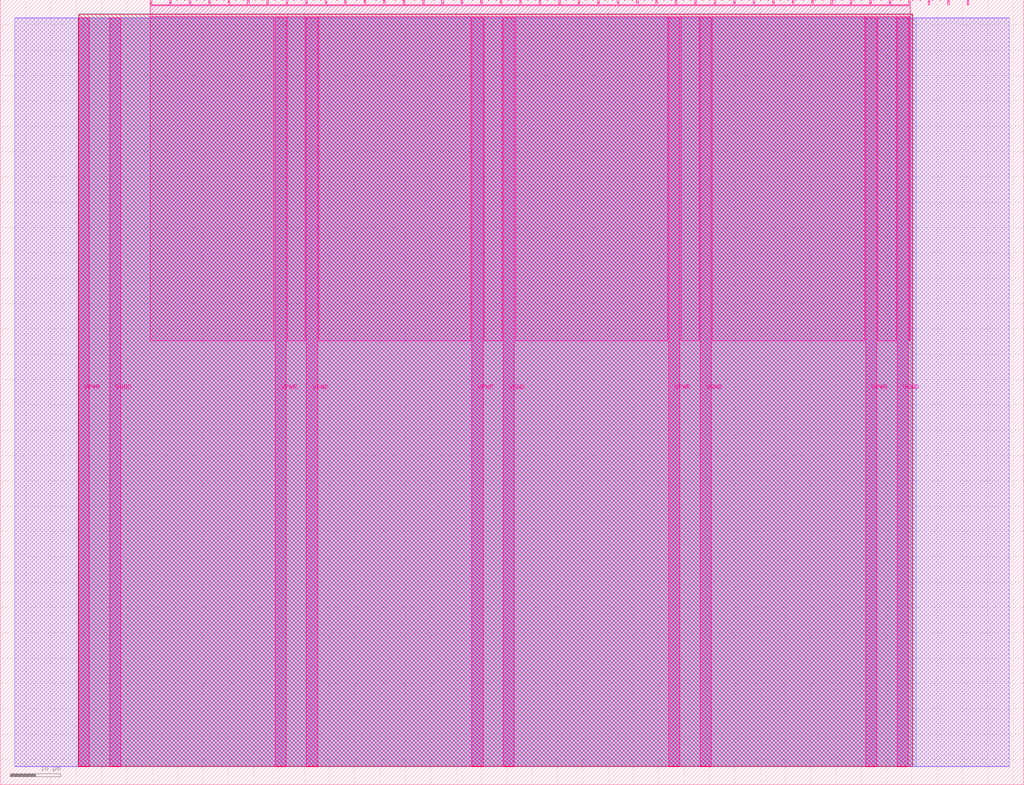
<source format=lef>
VERSION 5.7 ;
  NOWIREEXTENSIONATPIN ON ;
  DIVIDERCHAR "/" ;
  BUSBITCHARS "[]" ;
MACRO tt_um_multiplier_tt09
  CLASS BLOCK ;
  FOREIGN tt_um_multiplier_tt09 ;
  ORIGIN 0.000 0.000 ;
  SIZE 202.080 BY 154.980 ;
  PIN VGND
    DIRECTION INOUT ;
    USE GROUND ;
    PORT
      LAYER Metal5 ;
        RECT 21.580 3.560 23.780 151.420 ;
    END
    PORT
      LAYER Metal5 ;
        RECT 60.450 3.560 62.650 151.420 ;
    END
    PORT
      LAYER Metal5 ;
        RECT 99.320 3.560 101.520 151.420 ;
    END
    PORT
      LAYER Metal5 ;
        RECT 138.190 3.560 140.390 151.420 ;
    END
    PORT
      LAYER Metal5 ;
        RECT 177.060 3.560 179.260 151.420 ;
    END
  END VGND
  PIN VPWR
    DIRECTION INOUT ;
    USE POWER ;
    PORT
      LAYER Metal5 ;
        RECT 15.380 3.560 17.580 151.420 ;
    END
    PORT
      LAYER Metal5 ;
        RECT 54.250 3.560 56.450 151.420 ;
    END
    PORT
      LAYER Metal5 ;
        RECT 93.120 3.560 95.320 151.420 ;
    END
    PORT
      LAYER Metal5 ;
        RECT 131.990 3.560 134.190 151.420 ;
    END
    PORT
      LAYER Metal5 ;
        RECT 170.860 3.560 173.060 151.420 ;
    END
  END VPWR
  PIN clk
    DIRECTION INPUT ;
    USE SIGNAL ;
    PORT
      LAYER Metal5 ;
        RECT 187.050 153.980 187.350 154.980 ;
    END
  END clk
  PIN ena
    DIRECTION INPUT ;
    USE SIGNAL ;
    PORT
      LAYER Metal5 ;
        RECT 190.890 153.980 191.190 154.980 ;
    END
  END ena
  PIN rst_n
    DIRECTION INPUT ;
    USE SIGNAL ;
    PORT
      LAYER Metal5 ;
        RECT 183.210 153.980 183.510 154.980 ;
    END
  END rst_n
  PIN ui_in[0]
    DIRECTION INPUT ;
    USE SIGNAL ;
    ANTENNAGATEAREA 0.213200 ;
    PORT
      LAYER Metal5 ;
        RECT 179.370 153.980 179.670 154.980 ;
    END
  END ui_in[0]
  PIN ui_in[1]
    DIRECTION INPUT ;
    USE SIGNAL ;
    ANTENNAGATEAREA 0.213200 ;
    PORT
      LAYER Metal5 ;
        RECT 175.530 153.980 175.830 154.980 ;
    END
  END ui_in[1]
  PIN ui_in[2]
    DIRECTION INPUT ;
    USE SIGNAL ;
    ANTENNAGATEAREA 0.213200 ;
    PORT
      LAYER Metal5 ;
        RECT 171.690 153.980 171.990 154.980 ;
    END
  END ui_in[2]
  PIN ui_in[3]
    DIRECTION INPUT ;
    USE SIGNAL ;
    ANTENNAGATEAREA 0.213200 ;
    PORT
      LAYER Metal5 ;
        RECT 167.850 153.980 168.150 154.980 ;
    END
  END ui_in[3]
  PIN ui_in[4]
    DIRECTION INPUT ;
    USE SIGNAL ;
    ANTENNAGATEAREA 0.213200 ;
    PORT
      LAYER Metal5 ;
        RECT 164.010 153.980 164.310 154.980 ;
    END
  END ui_in[4]
  PIN ui_in[5]
    DIRECTION INPUT ;
    USE SIGNAL ;
    ANTENNAGATEAREA 0.213200 ;
    PORT
      LAYER Metal5 ;
        RECT 160.170 153.980 160.470 154.980 ;
    END
  END ui_in[5]
  PIN ui_in[6]
    DIRECTION INPUT ;
    USE SIGNAL ;
    ANTENNAGATEAREA 0.213200 ;
    PORT
      LAYER Metal5 ;
        RECT 156.330 153.980 156.630 154.980 ;
    END
  END ui_in[6]
  PIN ui_in[7]
    DIRECTION INPUT ;
    USE SIGNAL ;
    ANTENNAGATEAREA 0.213200 ;
    PORT
      LAYER Metal5 ;
        RECT 152.490 153.980 152.790 154.980 ;
    END
  END ui_in[7]
  PIN uio_in[0]
    DIRECTION INPUT ;
    USE SIGNAL ;
    PORT
      LAYER Metal5 ;
        RECT 148.650 153.980 148.950 154.980 ;
    END
  END uio_in[0]
  PIN uio_in[1]
    DIRECTION INPUT ;
    USE SIGNAL ;
    PORT
      LAYER Metal5 ;
        RECT 144.810 153.980 145.110 154.980 ;
    END
  END uio_in[1]
  PIN uio_in[2]
    DIRECTION INPUT ;
    USE SIGNAL ;
    PORT
      LAYER Metal5 ;
        RECT 140.970 153.980 141.270 154.980 ;
    END
  END uio_in[2]
  PIN uio_in[3]
    DIRECTION INPUT ;
    USE SIGNAL ;
    PORT
      LAYER Metal5 ;
        RECT 137.130 153.980 137.430 154.980 ;
    END
  END uio_in[3]
  PIN uio_in[4]
    DIRECTION INPUT ;
    USE SIGNAL ;
    PORT
      LAYER Metal5 ;
        RECT 133.290 153.980 133.590 154.980 ;
    END
  END uio_in[4]
  PIN uio_in[5]
    DIRECTION INPUT ;
    USE SIGNAL ;
    PORT
      LAYER Metal5 ;
        RECT 129.450 153.980 129.750 154.980 ;
    END
  END uio_in[5]
  PIN uio_in[6]
    DIRECTION INPUT ;
    USE SIGNAL ;
    PORT
      LAYER Metal5 ;
        RECT 125.610 153.980 125.910 154.980 ;
    END
  END uio_in[6]
  PIN uio_in[7]
    DIRECTION INPUT ;
    USE SIGNAL ;
    PORT
      LAYER Metal5 ;
        RECT 121.770 153.980 122.070 154.980 ;
    END
  END uio_in[7]
  PIN uio_oe[0]
    DIRECTION OUTPUT ;
    USE SIGNAL ;
    ANTENNADIFFAREA 0.299200 ;
    PORT
      LAYER Metal5 ;
        RECT 56.490 153.980 56.790 154.980 ;
    END
  END uio_oe[0]
  PIN uio_oe[1]
    DIRECTION OUTPUT ;
    USE SIGNAL ;
    ANTENNADIFFAREA 0.299200 ;
    PORT
      LAYER Metal5 ;
        RECT 52.650 153.980 52.950 154.980 ;
    END
  END uio_oe[1]
  PIN uio_oe[2]
    DIRECTION OUTPUT ;
    USE SIGNAL ;
    ANTENNADIFFAREA 0.299200 ;
    PORT
      LAYER Metal5 ;
        RECT 48.810 153.980 49.110 154.980 ;
    END
  END uio_oe[2]
  PIN uio_oe[3]
    DIRECTION OUTPUT ;
    USE SIGNAL ;
    ANTENNADIFFAREA 0.299200 ;
    PORT
      LAYER Metal5 ;
        RECT 44.970 153.980 45.270 154.980 ;
    END
  END uio_oe[3]
  PIN uio_oe[4]
    DIRECTION OUTPUT ;
    USE SIGNAL ;
    ANTENNADIFFAREA 0.299200 ;
    PORT
      LAYER Metal5 ;
        RECT 41.130 153.980 41.430 154.980 ;
    END
  END uio_oe[4]
  PIN uio_oe[5]
    DIRECTION OUTPUT ;
    USE SIGNAL ;
    ANTENNADIFFAREA 0.299200 ;
    PORT
      LAYER Metal5 ;
        RECT 37.290 153.980 37.590 154.980 ;
    END
  END uio_oe[5]
  PIN uio_oe[6]
    DIRECTION OUTPUT ;
    USE SIGNAL ;
    ANTENNADIFFAREA 0.299200 ;
    PORT
      LAYER Metal5 ;
        RECT 33.450 153.980 33.750 154.980 ;
    END
  END uio_oe[6]
  PIN uio_oe[7]
    DIRECTION OUTPUT ;
    USE SIGNAL ;
    ANTENNADIFFAREA 0.299200 ;
    PORT
      LAYER Metal5 ;
        RECT 29.610 153.980 29.910 154.980 ;
    END
  END uio_oe[7]
  PIN uio_out[0]
    DIRECTION OUTPUT ;
    USE SIGNAL ;
    ANTENNADIFFAREA 0.299200 ;
    PORT
      LAYER Metal5 ;
        RECT 87.210 153.980 87.510 154.980 ;
    END
  END uio_out[0]
  PIN uio_out[1]
    DIRECTION OUTPUT ;
    USE SIGNAL ;
    ANTENNADIFFAREA 0.299200 ;
    PORT
      LAYER Metal5 ;
        RECT 83.370 153.980 83.670 154.980 ;
    END
  END uio_out[1]
  PIN uio_out[2]
    DIRECTION OUTPUT ;
    USE SIGNAL ;
    ANTENNADIFFAREA 0.299200 ;
    PORT
      LAYER Metal5 ;
        RECT 79.530 153.980 79.830 154.980 ;
    END
  END uio_out[2]
  PIN uio_out[3]
    DIRECTION OUTPUT ;
    USE SIGNAL ;
    ANTENNADIFFAREA 0.299200 ;
    PORT
      LAYER Metal5 ;
        RECT 75.690 153.980 75.990 154.980 ;
    END
  END uio_out[3]
  PIN uio_out[4]
    DIRECTION OUTPUT ;
    USE SIGNAL ;
    ANTENNADIFFAREA 0.299200 ;
    PORT
      LAYER Metal5 ;
        RECT 71.850 153.980 72.150 154.980 ;
    END
  END uio_out[4]
  PIN uio_out[5]
    DIRECTION OUTPUT ;
    USE SIGNAL ;
    ANTENNADIFFAREA 0.299200 ;
    PORT
      LAYER Metal5 ;
        RECT 68.010 153.980 68.310 154.980 ;
    END
  END uio_out[5]
  PIN uio_out[6]
    DIRECTION OUTPUT ;
    USE SIGNAL ;
    ANTENNADIFFAREA 0.299200 ;
    PORT
      LAYER Metal5 ;
        RECT 64.170 153.980 64.470 154.980 ;
    END
  END uio_out[6]
  PIN uio_out[7]
    DIRECTION OUTPUT ;
    USE SIGNAL ;
    ANTENNADIFFAREA 0.299200 ;
    PORT
      LAYER Metal5 ;
        RECT 60.330 153.980 60.630 154.980 ;
    END
  END uio_out[7]
  PIN uo_out[0]
    DIRECTION OUTPUT ;
    USE SIGNAL ;
    ANTENNADIFFAREA 0.654800 ;
    PORT
      LAYER Metal5 ;
        RECT 117.930 153.980 118.230 154.980 ;
    END
  END uo_out[0]
  PIN uo_out[1]
    DIRECTION OUTPUT ;
    USE SIGNAL ;
    ANTENNADIFFAREA 0.654800 ;
    PORT
      LAYER Metal5 ;
        RECT 114.090 153.980 114.390 154.980 ;
    END
  END uo_out[1]
  PIN uo_out[2]
    DIRECTION OUTPUT ;
    USE SIGNAL ;
    ANTENNADIFFAREA 0.654800 ;
    PORT
      LAYER Metal5 ;
        RECT 110.250 153.980 110.550 154.980 ;
    END
  END uo_out[2]
  PIN uo_out[3]
    DIRECTION OUTPUT ;
    USE SIGNAL ;
    ANTENNADIFFAREA 0.654800 ;
    PORT
      LAYER Metal5 ;
        RECT 106.410 153.980 106.710 154.980 ;
    END
  END uo_out[3]
  PIN uo_out[4]
    DIRECTION OUTPUT ;
    USE SIGNAL ;
    ANTENNADIFFAREA 0.706800 ;
    PORT
      LAYER Metal5 ;
        RECT 102.570 153.980 102.870 154.980 ;
    END
  END uo_out[4]
  PIN uo_out[5]
    DIRECTION OUTPUT ;
    USE SIGNAL ;
    ANTENNADIFFAREA 0.706800 ;
    PORT
      LAYER Metal5 ;
        RECT 98.730 153.980 99.030 154.980 ;
    END
  END uo_out[5]
  PIN uo_out[6]
    DIRECTION OUTPUT ;
    USE SIGNAL ;
    ANTENNADIFFAREA 0.706800 ;
    PORT
      LAYER Metal5 ;
        RECT 94.890 153.980 95.190 154.980 ;
    END
  END uo_out[6]
  PIN uo_out[7]
    DIRECTION OUTPUT ;
    USE SIGNAL ;
    ANTENNADIFFAREA 0.706800 ;
    PORT
      LAYER Metal5 ;
        RECT 91.050 153.980 91.350 154.980 ;
    END
  END uo_out[7]
  OBS
      LAYER GatPoly ;
        RECT 2.880 3.630 199.200 151.350 ;
      LAYER Metal1 ;
        RECT 2.880 3.560 199.200 151.420 ;
      LAYER Metal2 ;
        RECT 15.515 3.680 180.865 151.300 ;
      LAYER Metal3 ;
        RECT 15.560 3.635 180.100 152.185 ;
      LAYER Metal4 ;
        RECT 15.515 3.680 180.145 152.140 ;
      LAYER Metal5 ;
        RECT 30.120 153.770 33.240 153.980 ;
        RECT 33.960 153.770 37.080 153.980 ;
        RECT 37.800 153.770 40.920 153.980 ;
        RECT 41.640 153.770 44.760 153.980 ;
        RECT 45.480 153.770 48.600 153.980 ;
        RECT 49.320 153.770 52.440 153.980 ;
        RECT 53.160 153.770 56.280 153.980 ;
        RECT 57.000 153.770 60.120 153.980 ;
        RECT 60.840 153.770 63.960 153.980 ;
        RECT 64.680 153.770 67.800 153.980 ;
        RECT 68.520 153.770 71.640 153.980 ;
        RECT 72.360 153.770 75.480 153.980 ;
        RECT 76.200 153.770 79.320 153.980 ;
        RECT 80.040 153.770 83.160 153.980 ;
        RECT 83.880 153.770 87.000 153.980 ;
        RECT 87.720 153.770 90.840 153.980 ;
        RECT 91.560 153.770 94.680 153.980 ;
        RECT 95.400 153.770 98.520 153.980 ;
        RECT 99.240 153.770 102.360 153.980 ;
        RECT 103.080 153.770 106.200 153.980 ;
        RECT 106.920 153.770 110.040 153.980 ;
        RECT 110.760 153.770 113.880 153.980 ;
        RECT 114.600 153.770 117.720 153.980 ;
        RECT 118.440 153.770 121.560 153.980 ;
        RECT 122.280 153.770 125.400 153.980 ;
        RECT 126.120 153.770 129.240 153.980 ;
        RECT 129.960 153.770 133.080 153.980 ;
        RECT 133.800 153.770 136.920 153.980 ;
        RECT 137.640 153.770 140.760 153.980 ;
        RECT 141.480 153.770 144.600 153.980 ;
        RECT 145.320 153.770 148.440 153.980 ;
        RECT 149.160 153.770 152.280 153.980 ;
        RECT 153.000 153.770 156.120 153.980 ;
        RECT 156.840 153.770 159.960 153.980 ;
        RECT 160.680 153.770 163.800 153.980 ;
        RECT 164.520 153.770 167.640 153.980 ;
        RECT 168.360 153.770 171.480 153.980 ;
        RECT 172.200 153.770 175.320 153.980 ;
        RECT 176.040 153.770 179.160 153.980 ;
        RECT 29.660 151.630 179.620 153.770 ;
        RECT 29.660 87.635 54.040 151.630 ;
        RECT 56.660 87.635 60.240 151.630 ;
        RECT 62.860 87.635 92.910 151.630 ;
        RECT 95.530 87.635 99.110 151.630 ;
        RECT 101.730 87.635 131.780 151.630 ;
        RECT 134.400 87.635 137.980 151.630 ;
        RECT 140.600 87.635 170.650 151.630 ;
        RECT 173.270 87.635 176.850 151.630 ;
        RECT 179.470 87.635 179.620 151.630 ;
  END
END tt_um_multiplier_tt09
END LIBRARY


</source>
